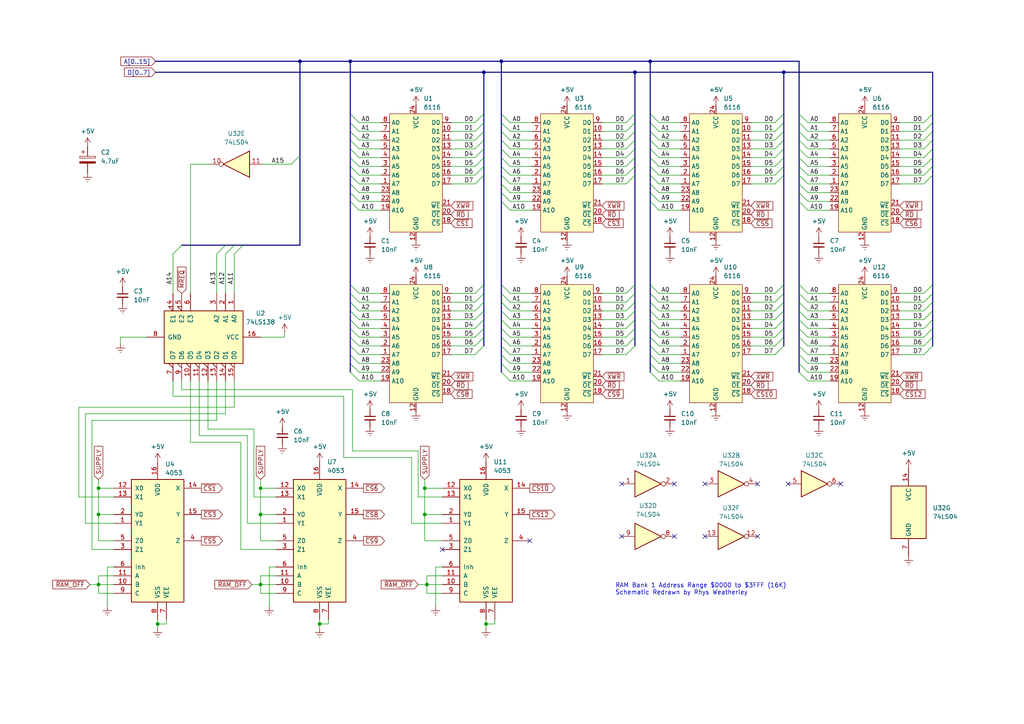
<source format=kicad_sch>
(kicad_sch (version 20230121) (generator eeschema)
  (paper "A4")
  (title_block (title "Microbee Core Board") (date "1982") (rev "1") (comment 1 "(C) 1982 OJH MICROWORLD"))
  (junction (at 123.19 141.605))
  (junction (at 86.995 17.78))
  (junction (at 123.825 169.545))
  (junction (at 101.6 17.78))
  (junction (at 188.595 17.78))
  (junction (at 227.33 20.955))
  (junction (at 28.575 149.225))
  (junction (at 184.15 20.955))
  (junction (at 75.565 141.605))
  (junction (at 28.575 141.605))
  (junction (at 28.575 169.545))
  (junction (at 140.97 180.975))
  (junction (at 140.335 20.955))
  (junction (at 123.19 149.225))
  (junction (at 92.71 180.975))
  (junction (at 75.565 149.225))
  (junction (at 45.72 180.975))
  (junction (at 145.415 17.78))
  (junction (at 75.565 169.545))
  (no_connect (at 219.71 155.575))
  (no_connect (at 243.84 140.335))
  (no_connect (at 180.34 140.335))
  (no_connect (at 204.47 155.575))
  (no_connect (at 195.58 155.575))
  (no_connect (at 219.71 140.335))
  (no_connect (at 195.58 140.335))
  (no_connect (at 153.67 156.845))
  (no_connect (at 128.27 159.385))
  (no_connect (at 228.6 140.335))
  (no_connect (at 204.47 140.335))
  (no_connect (at 180.34 155.575))
  (bus_entry (at 137.795 100.33) (size 2.54 -2.54))
  (bus_entry (at 145.415 35.56) (size 2.54 2.54))
  (bus_entry (at 267.97 95.25) (size 2.54 -2.54))
  (bus_entry (at 137.795 85.09) (size 2.54 -2.54))
  (bus_entry (at 137.795 45.72) (size 2.54 -2.54))
  (bus_entry (at 231.775 85.09) (size 2.54 2.54))
  (bus_entry (at 145.415 50.8) (size 2.54 2.54))
  (bus_entry (at 145.415 58.42) (size 2.54 2.54))
  (bus_entry (at 224.79 43.18) (size 2.54 -2.54))
  (bus_entry (at 231.775 35.56) (size 2.54 2.54))
  (bus_entry (at 101.6 40.64) (size 2.54 2.54))
  (bus_entry (at 267.97 85.09) (size 2.54 -2.54))
  (bus_entry (at 101.6 87.63) (size 2.54 2.54))
  (bus_entry (at 231.775 82.55) (size 2.54 2.54))
  (bus_entry (at 50.165 73.66) (size 2.54 -2.54))
  (bus_entry (at 188.595 87.63) (size 2.54 2.54))
  (bus_entry (at 188.595 97.79) (size 2.54 2.54))
  (bus_entry (at 188.595 40.64) (size 2.54 2.54))
  (bus_entry (at 145.415 82.55) (size 2.54 2.54))
  (bus_entry (at 181.61 35.56) (size 2.54 -2.54))
  (bus_entry (at 231.775 87.63) (size 2.54 2.54))
  (bus_entry (at 62.865 73.66) (size 2.54 -2.54))
  (bus_entry (at 181.61 45.72) (size 2.54 -2.54))
  (bus_entry (at 188.595 107.95) (size 2.54 2.54))
  (bus_entry (at 231.775 53.34) (size 2.54 2.54))
  (bus_entry (at 145.415 33.02) (size 2.54 2.54))
  (bus_entry (at 267.97 53.34) (size 2.54 -2.54))
  (bus_entry (at 224.79 95.25) (size 2.54 -2.54))
  (bus_entry (at 145.415 92.71) (size 2.54 2.54))
  (bus_entry (at 267.97 102.87) (size 2.54 -2.54))
  (bus_entry (at 145.415 40.64) (size 2.54 2.54))
  (bus_entry (at 137.795 53.34) (size 2.54 -2.54))
  (bus_entry (at 101.6 97.79) (size 2.54 2.54))
  (bus_entry (at 145.415 97.79) (size 2.54 2.54))
  (bus_entry (at 145.415 38.1) (size 2.54 2.54))
  (bus_entry (at 188.595 38.1) (size 2.54 2.54))
  (bus_entry (at 188.595 33.02) (size 2.54 2.54))
  (bus_entry (at 65.405 73.66) (size 2.54 -2.54))
  (bus_entry (at 231.775 102.87) (size 2.54 2.54))
  (bus_entry (at 188.595 50.8) (size 2.54 2.54))
  (bus_entry (at 181.61 95.25) (size 2.54 -2.54))
  (bus_entry (at 181.61 97.79) (size 2.54 -2.54))
  (bus_entry (at 188.595 45.72) (size 2.54 2.54))
  (bus_entry (at 67.945 73.66) (size 2.54 -2.54))
  (bus_entry (at 145.415 53.34) (size 2.54 2.54))
  (bus_entry (at 231.775 95.25) (size 2.54 2.54))
  (bus_entry (at 145.415 55.88) (size 2.54 2.54))
  (bus_entry (at 231.775 107.95) (size 2.54 2.54))
  (bus_entry (at 181.61 100.33) (size 2.54 -2.54))
  (bus_entry (at 181.61 87.63) (size 2.54 -2.54))
  (bus_entry (at 267.97 45.72) (size 2.54 -2.54))
  (bus_entry (at 145.415 95.25) (size 2.54 2.54))
  (bus_entry (at 188.595 102.87) (size 2.54 2.54))
  (bus_entry (at 137.795 40.64) (size 2.54 -2.54))
  (bus_entry (at 224.79 38.1) (size 2.54 -2.54))
  (bus_entry (at 101.6 38.1) (size 2.54 2.54))
  (bus_entry (at 181.61 90.17) (size 2.54 -2.54))
  (bus_entry (at 224.79 45.72) (size 2.54 -2.54))
  (bus_entry (at 137.795 43.18) (size 2.54 -2.54))
  (bus_entry (at 101.6 53.34) (size 2.54 2.54))
  (bus_entry (at 188.595 100.33) (size 2.54 2.54))
  (bus_entry (at 267.97 38.1) (size 2.54 -2.54))
  (bus_entry (at 145.415 102.87) (size 2.54 2.54))
  (bus_entry (at 231.775 55.88) (size 2.54 2.54))
  (bus_entry (at 101.6 85.09) (size 2.54 2.54))
  (bus_entry (at 231.775 48.26) (size 2.54 2.54))
  (bus_entry (at 188.595 105.41) (size 2.54 2.54))
  (bus_entry (at 137.795 90.17) (size 2.54 -2.54))
  (bus_entry (at 137.795 102.87) (size 2.54 -2.54))
  (bus_entry (at 181.61 53.34) (size 2.54 -2.54))
  (bus_entry (at 224.79 102.87) (size 2.54 -2.54))
  (bus_entry (at 101.6 102.87) (size 2.54 2.54))
  (bus_entry (at 181.61 43.18) (size 2.54 -2.54))
  (bus_entry (at 188.595 82.55) (size 2.54 2.54))
  (bus_entry (at 181.61 38.1) (size 2.54 -2.54))
  (bus_entry (at 224.79 87.63) (size 2.54 -2.54))
  (bus_entry (at 231.775 50.8) (size 2.54 2.54))
  (bus_entry (at 231.775 92.71) (size 2.54 2.54))
  (bus_entry (at 188.595 85.09) (size 2.54 2.54))
  (bus_entry (at 267.97 48.26) (size 2.54 -2.54))
  (bus_entry (at 84.455 47.625) (size 2.54 -2.54))
  (bus_entry (at 137.795 48.26) (size 2.54 -2.54))
  (bus_entry (at 101.6 45.72) (size 2.54 2.54))
  (bus_entry (at 137.795 35.56) (size 2.54 -2.54))
  (bus_entry (at 231.775 90.17) (size 2.54 2.54))
  (bus_entry (at 181.61 40.64) (size 2.54 -2.54))
  (bus_entry (at 101.6 33.02) (size 2.54 2.54))
  (bus_entry (at 188.595 48.26) (size 2.54 2.54))
  (bus_entry (at 101.6 82.55) (size 2.54 2.54))
  (bus_entry (at 101.6 35.56) (size 2.54 2.54))
  (bus_entry (at 224.79 97.79) (size 2.54 -2.54))
  (bus_entry (at 181.61 85.09) (size 2.54 -2.54))
  (bus_entry (at 145.415 105.41) (size 2.54 2.54))
  (bus_entry (at 224.79 92.71) (size 2.54 -2.54))
  (bus_entry (at 137.795 87.63) (size 2.54 -2.54))
  (bus_entry (at 267.97 92.71) (size 2.54 -2.54))
  (bus_entry (at 267.97 87.63) (size 2.54 -2.54))
  (bus_entry (at 224.79 100.33) (size 2.54 -2.54))
  (bus_entry (at 188.595 55.88) (size 2.54 2.54))
  (bus_entry (at 137.795 50.8) (size 2.54 -2.54))
  (bus_entry (at 101.6 58.42) (size 2.54 2.54))
  (bus_entry (at 231.775 58.42) (size 2.54 2.54))
  (bus_entry (at 267.97 43.18) (size 2.54 -2.54))
  (bus_entry (at 101.6 92.71) (size 2.54 2.54))
  (bus_entry (at 181.61 92.71) (size 2.54 -2.54))
  (bus_entry (at 224.79 85.09) (size 2.54 -2.54))
  (bus_entry (at 267.97 40.64) (size 2.54 -2.54))
  (bus_entry (at 231.775 33.02) (size 2.54 2.54))
  (bus_entry (at 224.79 35.56) (size 2.54 -2.54))
  (bus_entry (at 101.6 107.95) (size 2.54 2.54))
  (bus_entry (at 231.775 45.72) (size 2.54 2.54))
  (bus_entry (at 231.775 38.1) (size 2.54 2.54))
  (bus_entry (at 188.595 58.42) (size 2.54 2.54))
  (bus_entry (at 181.61 50.8) (size 2.54 -2.54))
  (bus_entry (at 101.6 55.88) (size 2.54 2.54))
  (bus_entry (at 231.775 40.64) (size 2.54 2.54))
  (bus_entry (at 188.595 43.18) (size 2.54 2.54))
  (bus_entry (at 137.795 92.71) (size 2.54 -2.54))
  (bus_entry (at 145.415 45.72) (size 2.54 2.54))
  (bus_entry (at 101.6 105.41) (size 2.54 2.54))
  (bus_entry (at 101.6 50.8) (size 2.54 2.54))
  (bus_entry (at 231.775 100.33) (size 2.54 2.54))
  (bus_entry (at 145.415 85.09) (size 2.54 2.54))
  (bus_entry (at 267.97 90.17) (size 2.54 -2.54))
  (bus_entry (at 231.775 105.41) (size 2.54 2.54))
  (bus_entry (at 267.97 35.56) (size 2.54 -2.54))
  (bus_entry (at 137.795 95.25) (size 2.54 -2.54))
  (bus_entry (at 224.79 48.26) (size 2.54 -2.54))
  (bus_entry (at 267.97 100.33) (size 2.54 -2.54))
  (bus_entry (at 224.79 90.17) (size 2.54 -2.54))
  (bus_entry (at 101.6 43.18) (size 2.54 2.54))
  (bus_entry (at 224.79 53.34) (size 2.54 -2.54))
  (bus_entry (at 145.415 43.18) (size 2.54 2.54))
  (bus_entry (at 267.97 50.8) (size 2.54 -2.54))
  (bus_entry (at 137.795 38.1) (size 2.54 -2.54))
  (bus_entry (at 101.6 95.25) (size 2.54 2.54))
  (bus_entry (at 101.6 48.26) (size 2.54 2.54))
  (bus_entry (at 145.415 87.63) (size 2.54 2.54))
  (bus_entry (at 101.6 90.17) (size 2.54 2.54))
  (bus_entry (at 188.595 53.34) (size 2.54 2.54))
  (bus_entry (at 267.97 97.79) (size 2.54 -2.54))
  (bus_entry (at 231.775 97.79) (size 2.54 2.54))
  (bus_entry (at 188.595 92.71) (size 2.54 2.54))
  (bus_entry (at 145.415 107.95) (size 2.54 2.54))
  (bus_entry (at 231.775 43.18) (size 2.54 2.54))
  (bus_entry (at 137.795 97.79) (size 2.54 -2.54))
  (bus_entry (at 181.61 48.26) (size 2.54 -2.54))
  (bus_entry (at 224.79 40.64) (size 2.54 -2.54))
  (bus_entry (at 101.6 100.33) (size 2.54 2.54))
  (bus_entry (at 181.61 102.87) (size 2.54 -2.54))
  (bus_entry (at 145.415 90.17) (size 2.54 2.54))
  (bus_entry (at 188.595 90.17) (size 2.54 2.54))
  (bus_entry (at 145.415 48.26) (size 2.54 2.54))
  (bus_entry (at 145.415 100.33) (size 2.54 2.54))
  (bus_entry (at 188.595 35.56) (size 2.54 2.54))
  (bus_entry (at 188.595 95.25) (size 2.54 2.54))
  (bus_entry (at 224.79 50.8) (size 2.54 -2.54))
  (wire (pts (xy 130.81 48.26) (xy 137.795 48.26)))
  (wire (pts (xy 62.865 73.66) (xy 62.865 85.09)))
  (bus (pts (xy 184.15 35.56) (xy 184.15 38.1)))
  (bus (pts (xy 184.15 45.72) (xy 184.15 48.26)))
  (bus (pts (xy 270.51 20.955) (xy 270.51 33.02)))
  (bus (pts (xy 188.595 55.88) (xy 188.595 58.42)))
  (wire (pts (xy 67.945 118.11) (xy 22.86 118.11)))
  (bus (pts (xy 231.775 87.63) (xy 231.775 90.17)))
  (bus (pts (xy 140.335 82.55) (xy 140.335 85.09)))
  (bus (pts (xy 101.6 53.34) (xy 101.6 55.88)))
  (wire (pts (xy 217.805 102.87) (xy 224.79 102.87)))
  (bus (pts (xy 188.595 53.34) (xy 188.595 55.88)))
  (bus (pts (xy 145.415 55.88) (xy 145.415 58.42)))
  (wire (pts (xy 191.135 102.87) (xy 197.485 102.87)))
  (wire (pts (xy 104.14 60.96) (xy 110.49 60.96)))
  (wire (pts (xy 147.955 92.71) (xy 154.305 92.71)))
  (wire (pts (xy 234.315 100.33) (xy 240.665 100.33)))
  (bus (pts (xy 101.6 55.88) (xy 101.6 58.42)))
  (wire (pts (xy 191.135 95.25) (xy 197.485 95.25)))
  (wire (pts (xy 147.955 43.18) (xy 154.305 43.18)))
  (bus (pts (xy 188.595 43.18) (xy 188.595 45.72)))
  (wire (pts (xy 92.71 179.705) (xy 92.71 180.975)))
  (wire (pts (xy 234.315 38.1) (xy 240.665 38.1)))
  (wire (pts (xy 191.135 50.8) (xy 197.485 50.8)))
  (bus (pts (xy 184.15 92.71) (xy 184.15 95.25)))
  (bus (pts (xy 184.15 40.64) (xy 184.15 43.18)))
  (wire (pts (xy 174.625 43.18) (xy 181.61 43.18)))
  (wire (pts (xy 174.625 97.79) (xy 181.61 97.79)))
  (wire (pts (xy 104.14 110.49) (xy 110.49 110.49)))
  (bus (pts (xy 101.6 38.1) (xy 101.6 40.64)))
  (bus (pts (xy 101.6 33.02) (xy 101.6 35.56)))
  (bus (pts (xy 184.15 85.09) (xy 184.15 87.63)))
  (wire (pts (xy 121.285 169.545) (xy 123.825 169.545)))
  (bus (pts (xy 227.33 48.26) (xy 227.33 50.8)))
  (bus (pts (xy 188.595 90.17) (xy 188.595 92.71)))
  (wire (pts (xy 174.625 35.56) (xy 181.61 35.56)))
  (wire (pts (xy 28.575 139.065) (xy 28.575 141.605)))
  (wire (pts (xy 260.985 90.17) (xy 267.97 90.17)))
  (wire (pts (xy 174.625 45.72) (xy 181.61 45.72)))
  (wire (pts (xy 95.25 180.975) (xy 92.71 180.975)))
  (bus (pts (xy 231.775 90.17) (xy 231.775 92.71)))
  (bus (pts (xy 231.775 58.42) (xy 231.775 82.55)))
  (wire (pts (xy 174.625 48.26) (xy 181.61 48.26)))
  (wire (pts (xy 174.625 85.09) (xy 181.61 85.09)))
  (wire (pts (xy 104.14 38.1) (xy 110.49 38.1)))
  (wire (pts (xy 104.14 45.72) (xy 110.49 45.72)))
  (bus (pts (xy 101.6 87.63) (xy 101.6 90.17)))
  (wire (pts (xy 104.14 92.71) (xy 110.49 92.71)))
  (wire (pts (xy 26.035 169.545) (xy 28.575 169.545)))
  (wire (pts (xy 174.625 92.71) (xy 181.61 92.71)))
  (bus (pts (xy 188.595 58.42) (xy 188.595 82.55)))
  (wire (pts (xy 104.14 107.95) (xy 110.49 107.95)))
  (bus (pts (xy 184.15 97.79) (xy 184.15 100.33)))
  (bus (pts (xy 101.6 45.72) (xy 101.6 48.26)))
  (wire (pts (xy 234.315 110.49) (xy 240.665 110.49)))
  (wire (pts (xy 140.97 179.705) (xy 140.97 180.975)))
  (bus (pts (xy 140.335 43.18) (xy 140.335 45.72)))
  (wire (pts (xy 31.115 164.465) (xy 33.02 164.465)))
  (wire (pts (xy 191.135 48.26) (xy 197.485 48.26)))
  (bus (pts (xy 188.595 40.64) (xy 188.595 43.18)))
  (bus (pts (xy 140.335 48.26) (xy 140.335 50.8)))
  (wire (pts (xy 217.805 90.17) (xy 224.79 90.17)))
  (wire (pts (xy 234.315 102.87) (xy 240.665 102.87)))
  (wire (pts (xy 28.575 169.545) (xy 28.575 172.085)))
  (bus (pts (xy 101.6 17.78) (xy 101.6 33.02)))
  (bus (pts (xy 145.415 17.78) (xy 188.595 17.78)))
  (bus (pts (xy 188.595 82.55) (xy 188.595 85.09)))
  (bus (pts (xy 140.335 45.72) (xy 140.335 48.26)))
  (wire (pts (xy 71.755 151.765) (xy 80.01 151.765)))
  (wire (pts (xy 104.14 40.64) (xy 110.49 40.64)))
  (bus (pts (xy 270.51 38.1) (xy 270.51 40.64)))
  (wire (pts (xy 260.985 48.26) (xy 267.97 48.26)))
  (wire (pts (xy 75.565 149.225) (xy 80.01 149.225)))
  (wire (pts (xy 260.985 92.71) (xy 267.97 92.71)))
  (wire (pts (xy 80.01 167.005) (xy 75.565 167.005)))
  (wire (pts (xy 147.955 60.96) (xy 154.305 60.96)))
  (wire (pts (xy 60.96 47.625) (xy 55.245 47.625)))
  (wire (pts (xy 147.955 110.49) (xy 154.305 110.49)))
  (wire (pts (xy 104.14 90.17) (xy 110.49 90.17)))
  (wire (pts (xy 50.165 114.935) (xy 99.695 114.935)))
  (bus (pts (xy 270.51 90.17) (xy 270.51 92.71)))
  (wire (pts (xy 217.805 48.26) (xy 224.79 48.26)))
  (wire (pts (xy 234.315 87.63) (xy 240.665 87.63)))
  (wire (pts (xy 28.575 172.085) (xy 33.02 172.085)))
  (wire (pts (xy 217.805 85.09) (xy 224.79 85.09)))
  (wire (pts (xy 130.81 85.09) (xy 137.795 85.09)))
  (wire (pts (xy 80.01 144.145) (xy 73.66 144.145)))
  (wire (pts (xy 50.165 73.66) (xy 50.165 85.09)))
  (wire (pts (xy 260.985 95.25) (xy 267.97 95.25)))
  (wire (pts (xy 234.315 105.41) (xy 240.665 105.41)))
  (wire (pts (xy 130.81 100.33) (xy 137.795 100.33)))
  (wire (pts (xy 174.625 38.1) (xy 181.61 38.1)))
  (wire (pts (xy 104.14 58.42) (xy 110.49 58.42)))
  (wire (pts (xy 75.565 139.065) (xy 75.565 141.605)))
  (bus (pts (xy 101.6 35.56) (xy 101.6 38.1)))
  (wire (pts (xy 65.405 110.49) (xy 65.405 120.015)))
  (wire (pts (xy 130.81 43.18) (xy 137.795 43.18)))
  (wire (pts (xy 126.365 164.465) (xy 128.27 164.465)))
  (bus (pts (xy 231.775 82.55) (xy 231.775 85.09)))
  (wire (pts (xy 130.81 102.87) (xy 137.795 102.87)))
  (bus (pts (xy 45.085 20.955) (xy 140.335 20.955)))
  (wire (pts (xy 52.705 110.49) (xy 52.705 113.03)))
  (wire (pts (xy 57.785 126.365) (xy 71.755 126.365)))
  (wire (pts (xy 147.955 85.09) (xy 154.305 85.09)))
  (wire (pts (xy 128.27 141.605) (xy 123.19 141.605)))
  (bus (pts (xy 101.6 43.18) (xy 101.6 45.72)))
  (wire (pts (xy 147.955 90.17) (xy 154.305 90.17)))
  (wire (pts (xy 130.81 40.64) (xy 137.795 40.64)))
  (wire (pts (xy 104.14 53.34) (xy 110.49 53.34)))
  (wire (pts (xy 147.955 95.25) (xy 154.305 95.25)))
  (wire (pts (xy 28.575 167.005) (xy 28.575 169.545)))
  (bus (pts (xy 188.595 100.33) (xy 188.595 102.87)))
  (bus (pts (xy 231.775 45.72) (xy 231.775 48.26)))
  (wire (pts (xy 191.135 43.18) (xy 197.485 43.18)))
  (wire (pts (xy 73.66 124.46) (xy 73.66 144.145)))
  (wire (pts (xy 130.81 95.25) (xy 137.795 95.25)))
  (wire (pts (xy 92.71 180.975) (xy 92.71 182.245)))
  (wire (pts (xy 33.02 167.005) (xy 28.575 167.005)))
  (wire (pts (xy 60.325 124.46) (xy 73.66 124.46)))
  (wire (pts (xy 75.565 172.085) (xy 80.01 172.085)))
  (wire (pts (xy 174.625 100.33) (xy 181.61 100.33)))
  (bus (pts (xy 227.33 20.955) (xy 270.51 20.955)))
  (bus (pts (xy 188.595 97.79) (xy 188.595 100.33)))
  (bus (pts (xy 101.6 92.71) (xy 101.6 95.25)))
  (bus (pts (xy 101.6 95.25) (xy 101.6 97.79)))
  (wire (pts (xy 191.135 85.09) (xy 197.485 85.09)))
  (wire (pts (xy 147.955 97.79) (xy 154.305 97.79)))
  (bus (pts (xy 145.415 87.63) (xy 145.415 90.17)))
  (wire (pts (xy 147.955 38.1) (xy 154.305 38.1)))
  (bus (pts (xy 101.6 102.87) (xy 101.6 105.41)))
  (wire (pts (xy 121.285 144.145) (xy 128.27 144.145)))
  (bus (pts (xy 145.415 102.87) (xy 145.415 105.41)))
  (wire (pts (xy 234.315 53.34) (xy 240.665 53.34)))
  (wire (pts (xy 147.955 50.8) (xy 154.305 50.8)))
  (bus (pts (xy 145.415 50.8) (xy 145.415 53.34)))
  (wire (pts (xy 260.985 85.09) (xy 267.97 85.09)))
  (wire (pts (xy 217.805 43.18) (xy 224.79 43.18)))
  (wire (pts (xy 260.985 97.79) (xy 267.97 97.79)))
  (bus (pts (xy 231.775 50.8) (xy 231.775 53.34)))
  (bus (pts (xy 227.33 85.09) (xy 227.33 87.63)))
  (wire (pts (xy 28.575 149.225) (xy 28.575 156.845)))
  (wire (pts (xy 191.135 38.1) (xy 197.485 38.1)))
  (bus (pts (xy 188.595 50.8) (xy 188.595 53.34)))
  (bus (pts (xy 140.335 33.02) (xy 140.335 35.56)))
  (wire (pts (xy 260.985 50.8) (xy 267.97 50.8)))
  (wire (pts (xy 147.955 53.34) (xy 154.305 53.34)))
  (wire (pts (xy 104.14 105.41) (xy 110.49 105.41)))
  (wire (pts (xy 147.955 87.63) (xy 154.305 87.63)))
  (bus (pts (xy 227.33 45.72) (xy 227.33 48.26)))
  (bus (pts (xy 231.775 102.87) (xy 231.775 105.41)))
  (bus (pts (xy 101.6 105.41) (xy 101.6 107.95)))
  (wire (pts (xy 147.955 45.72) (xy 154.305 45.72)))
  (wire (pts (xy 147.955 102.87) (xy 154.305 102.87)))
  (wire (pts (xy 60.325 110.49) (xy 60.325 124.46)))
  (bus (pts (xy 145.415 92.71) (xy 145.415 95.25)))
  (wire (pts (xy 119.38 132.715) (xy 119.38 151.765)))
  (wire (pts (xy 123.19 141.605) (xy 123.19 149.225)))
  (wire (pts (xy 217.805 38.1) (xy 224.79 38.1)))
  (wire (pts (xy 76.2 47.625) (xy 84.455 47.625)))
  (bus (pts (xy 86.995 71.12) (xy 70.485 71.12)))
  (wire (pts (xy 234.315 95.25) (xy 240.665 95.25)))
  (bus (pts (xy 227.33 43.18) (xy 227.33 45.72)))
  (bus (pts (xy 145.415 58.42) (xy 145.415 82.55)))
  (wire (pts (xy 217.805 92.71) (xy 224.79 92.71)))
  (bus (pts (xy 67.945 71.12) (xy 65.405 71.12)))
  (wire (pts (xy 191.135 110.49) (xy 197.485 110.49)))
  (bus (pts (xy 145.415 43.18) (xy 145.415 45.72)))
  (bus (pts (xy 184.15 20.955) (xy 184.15 33.02)))
  (wire (pts (xy 234.315 107.95) (xy 240.665 107.95)))
  (bus (pts (xy 227.33 92.71) (xy 227.33 95.25)))
  (bus (pts (xy 65.405 71.12) (xy 52.705 71.12)))
  (wire (pts (xy 174.625 53.34) (xy 181.61 53.34)))
  (bus (pts (xy 140.335 85.09) (xy 140.335 87.63)))
  (wire (pts (xy 217.805 45.72) (xy 224.79 45.72)))
  (bus (pts (xy 188.595 92.71) (xy 188.595 95.25)))
  (wire (pts (xy 191.135 100.33) (xy 197.485 100.33)))
  (bus (pts (xy 140.335 97.79) (xy 140.335 100.33)))
  (wire (pts (xy 147.955 105.41) (xy 154.305 105.41)))
  (bus (pts (xy 140.335 92.71) (xy 140.335 95.25)))
  (wire (pts (xy 99.695 114.935) (xy 99.695 132.715)))
  (bus (pts (xy 145.415 17.78) (xy 145.415 33.02)))
  (wire (pts (xy 234.315 92.71) (xy 240.665 92.71)))
  (bus (pts (xy 270.51 48.26) (xy 270.51 50.8)))
  (bus (pts (xy 101.6 58.42) (xy 101.6 82.55)))
  (wire (pts (xy 45.72 180.975) (xy 45.72 182.245)))
  (wire (pts (xy 260.985 35.56) (xy 267.97 35.56)))
  (wire (pts (xy 104.14 102.87) (xy 110.49 102.87)))
  (wire (pts (xy 130.81 90.17) (xy 137.795 90.17)))
  (bus (pts (xy 231.775 95.25) (xy 231.775 97.79)))
  (bus (pts (xy 101.6 97.79) (xy 101.6 100.33)))
  (bus (pts (xy 145.415 38.1) (xy 145.415 40.64)))
  (bus (pts (xy 184.15 38.1) (xy 184.15 40.64)))
  (bus (pts (xy 145.415 82.55) (xy 145.415 85.09)))
  (bus (pts (xy 231.775 100.33) (xy 231.775 102.87)))
  (wire (pts (xy 234.315 55.88) (xy 240.665 55.88)))
  (bus (pts (xy 101.6 17.78) (xy 145.415 17.78)))
  (wire (pts (xy 191.135 53.34) (xy 197.485 53.34)))
  (wire (pts (xy 102.235 113.03) (xy 102.235 130.81)))
  (bus (pts (xy 145.415 45.72) (xy 145.415 48.26)))
  (wire (pts (xy 260.985 100.33) (xy 267.97 100.33)))
  (wire (pts (xy 147.955 55.88) (xy 154.305 55.88)))
  (wire (pts (xy 82.55 97.79) (xy 82.55 96.52)))
  (bus (pts (xy 101.6 85.09) (xy 101.6 87.63)))
  (bus (pts (xy 270.51 43.18) (xy 270.51 45.72)))
  (wire (pts (xy 217.805 35.56) (xy 224.79 35.56)))
  (wire (pts (xy 123.19 156.845) (xy 123.19 149.225)))
  (bus (pts (xy 101.6 90.17) (xy 101.6 92.71)))
  (wire (pts (xy 45.72 179.705) (xy 45.72 180.975)))
  (wire (pts (xy 174.625 102.87) (xy 181.61 102.87)))
  (wire (pts (xy 260.985 102.87) (xy 267.97 102.87)))
  (wire (pts (xy 234.315 40.64) (xy 240.665 40.64)))
  (bus (pts (xy 231.775 38.1) (xy 231.775 40.64)))
  (wire (pts (xy 28.575 156.845) (xy 33.02 156.845)))
  (wire (pts (xy 65.405 120.015) (xy 24.765 120.015)))
  (wire (pts (xy 126.365 175.895) (xy 126.365 164.465)))
  (wire (pts (xy 67.945 73.66) (xy 67.945 85.09)))
  (wire (pts (xy 260.985 40.64) (xy 267.97 40.64)))
  (wire (pts (xy 234.315 35.56) (xy 240.665 35.56)))
  (wire (pts (xy 28.575 141.605) (xy 28.575 149.225)))
  (wire (pts (xy 99.695 132.715) (xy 119.38 132.715)))
  (wire (pts (xy 34.925 97.79) (xy 34.925 99.695)))
  (wire (pts (xy 191.135 40.64) (xy 197.485 40.64)))
  (wire (pts (xy 24.765 120.015) (xy 24.765 151.765)))
  (wire (pts (xy 42.545 97.79) (xy 34.925 97.79)))
  (bus (pts (xy 270.51 97.79) (xy 270.51 100.33)))
  (bus (pts (xy 270.51 33.02) (xy 270.51 35.56)))
  (wire (pts (xy 234.315 90.17) (xy 240.665 90.17)))
  (bus (pts (xy 184.15 33.02) (xy 184.15 35.56)))
  (wire (pts (xy 104.14 97.79) (xy 110.49 97.79)))
  (bus (pts (xy 184.15 95.25) (xy 184.15 97.79)))
  (bus (pts (xy 145.415 53.34) (xy 145.415 55.88)))
  (bus (pts (xy 227.33 95.25) (xy 227.33 97.79)))
  (wire (pts (xy 95.25 179.705) (xy 95.25 180.975)))
  (wire (pts (xy 57.785 110.49) (xy 57.785 126.365)))
  (wire (pts (xy 104.14 48.26) (xy 110.49 48.26)))
  (wire (pts (xy 260.985 53.34) (xy 267.97 53.34)))
  (wire (pts (xy 130.81 35.56) (xy 137.795 35.56)))
  (bus (pts (xy 70.485 71.12) (xy 67.945 71.12)))
  (wire (pts (xy 104.14 50.8) (xy 110.49 50.8)))
  (wire (pts (xy 75.565 169.545) (xy 75.565 172.085)))
  (bus (pts (xy 227.33 20.955) (xy 227.33 33.02)))
  (wire (pts (xy 104.14 43.18) (xy 110.49 43.18)))
  (wire (pts (xy 147.955 58.42) (xy 154.305 58.42)))
  (wire (pts (xy 217.805 40.64) (xy 224.79 40.64)))
  (bus (pts (xy 86.995 45.085) (xy 86.995 71.12)))
  (bus (pts (xy 188.595 17.78) (xy 231.775 17.78)))
  (bus (pts (xy 140.335 20.955) (xy 184.15 20.955)))
  (wire (pts (xy 28.575 169.545) (xy 33.02 169.545)))
  (wire (pts (xy 62.865 121.92) (xy 26.67 121.92)))
  (bus (pts (xy 231.775 105.41) (xy 231.775 107.95)))
  (wire (pts (xy 143.51 180.975) (xy 140.97 180.975)))
  (wire (pts (xy 104.14 55.88) (xy 110.49 55.88)))
  (bus (pts (xy 184.15 20.955) (xy 227.33 20.955)))
  (bus (pts (xy 227.33 82.55) (xy 227.33 85.09)))
  (bus (pts (xy 145.415 90.17) (xy 145.415 92.71)))
  (wire (pts (xy 75.565 169.545) (xy 80.01 169.545)))
  (bus (pts (xy 270.51 40.64) (xy 270.51 43.18)))
  (bus (pts (xy 140.335 87.63) (xy 140.335 90.17)))
  (wire (pts (xy 67.945 110.49) (xy 67.945 118.11)))
  (wire (pts (xy 123.19 139.065) (xy 123.19 141.605)))
  (bus (pts (xy 227.33 33.02) (xy 227.33 35.56)))
  (wire (pts (xy 55.245 47.625) (xy 55.245 85.09)))
  (wire (pts (xy 260.985 87.63) (xy 267.97 87.63)))
  (bus (pts (xy 270.51 35.56) (xy 270.51 38.1)))
  (bus (pts (xy 145.415 105.41) (xy 145.415 107.95)))
  (bus (pts (xy 45.085 17.78) (xy 86.995 17.78)))
  (wire (pts (xy 217.805 97.79) (xy 224.79 97.79)))
  (wire (pts (xy 191.135 60.96) (xy 197.485 60.96)))
  (bus (pts (xy 184.15 48.26) (xy 184.15 50.8)))
  (bus (pts (xy 227.33 40.64) (xy 227.33 43.18)))
  (bus (pts (xy 188.595 105.41) (xy 188.595 107.95)))
  (bus (pts (xy 140.335 35.56) (xy 140.335 38.1)))
  (wire (pts (xy 33.02 141.605) (xy 28.575 141.605)))
  (wire (pts (xy 191.135 87.63) (xy 197.485 87.63)))
  (bus (pts (xy 188.595 45.72) (xy 188.595 48.26)))
  (wire (pts (xy 123.825 167.005) (xy 123.825 169.545)))
  (wire (pts (xy 147.955 100.33) (xy 154.305 100.33)))
  (bus (pts (xy 227.33 35.56) (xy 227.33 38.1)))
  (wire (pts (xy 55.245 128.27) (xy 69.85 128.27)))
  (wire (pts (xy 174.625 95.25) (xy 181.61 95.25)))
  (wire (pts (xy 217.805 87.63) (xy 224.79 87.63)))
  (wire (pts (xy 217.805 53.34) (xy 224.79 53.34)))
  (wire (pts (xy 234.315 50.8) (xy 240.665 50.8)))
  (wire (pts (xy 130.81 53.34) (xy 137.795 53.34)))
  (bus (pts (xy 231.775 53.34) (xy 231.775 55.88)))
  (wire (pts (xy 217.805 95.25) (xy 224.79 95.25)))
  (wire (pts (xy 73.025 169.545) (xy 75.565 169.545)))
  (bus (pts (xy 270.51 87.63) (xy 270.51 90.17)))
  (bus (pts (xy 140.335 50.8) (xy 140.335 82.55)))
  (wire (pts (xy 191.135 105.41) (xy 197.485 105.41)))
  (wire (pts (xy 48.26 179.705) (xy 48.26 180.975)))
  (bus (pts (xy 270.51 82.55) (xy 270.51 85.09)))
  (wire (pts (xy 123.825 169.545) (xy 128.27 169.545)))
  (bus (pts (xy 145.415 40.64) (xy 145.415 43.18)))
  (bus (pts (xy 101.6 40.64) (xy 101.6 43.18)))
  (wire (pts (xy 234.315 85.09) (xy 240.665 85.09)))
  (wire (pts (xy 65.405 73.66) (xy 65.405 85.09)))
  (wire (pts (xy 234.315 60.96) (xy 240.665 60.96)))
  (wire (pts (xy 69.85 159.385) (xy 80.01 159.385)))
  (wire (pts (xy 191.135 55.88) (xy 197.485 55.88)))
  (bus (pts (xy 140.335 90.17) (xy 140.335 92.71)))
  (bus (pts (xy 140.335 20.955) (xy 140.335 33.02)))
  (bus (pts (xy 270.51 45.72) (xy 270.51 48.26)))
  (bus (pts (xy 184.15 87.63) (xy 184.15 90.17)))
  (bus (pts (xy 231.775 48.26) (xy 231.775 50.8)))
  (wire (pts (xy 26.67 159.385) (xy 33.02 159.385)))
  (bus (pts (xy 188.595 35.56) (xy 188.595 38.1)))
  (bus (pts (xy 145.415 33.02) (xy 145.415 35.56)))
  (wire (pts (xy 191.135 107.95) (xy 197.485 107.95)))
  (wire (pts (xy 48.26 180.975) (xy 45.72 180.975)))
  (wire (pts (xy 174.625 50.8) (xy 181.61 50.8)))
  (wire (pts (xy 191.135 97.79) (xy 197.485 97.79)))
  (bus (pts (xy 227.33 87.63) (xy 227.33 90.17)))
  (wire (pts (xy 62.865 110.49) (xy 62.865 121.92)))
  (bus (pts (xy 188.595 85.09) (xy 188.595 87.63)))
  (bus (pts (xy 101.6 48.26) (xy 101.6 50.8)))
  (bus (pts (xy 184.15 50.8) (xy 184.15 82.55)))
  (wire (pts (xy 69.85 128.27) (xy 69.85 159.385)))
  (bus (pts (xy 101.6 100.33) (xy 101.6 102.87)))
  (wire (pts (xy 52.705 113.03) (xy 102.235 113.03)))
  (wire (pts (xy 191.135 58.42) (xy 197.485 58.42)))
  (wire (pts (xy 140.97 180.975) (xy 140.97 182.245)))
  (wire (pts (xy 28.575 149.225) (xy 33.02 149.225)))
  (bus (pts (xy 145.415 100.33) (xy 145.415 102.87)))
  (bus (pts (xy 101.6 82.55) (xy 101.6 85.09)))
  (wire (pts (xy 147.955 107.95) (xy 154.305 107.95)))
  (bus (pts (xy 231.775 40.64) (xy 231.775 43.18)))
  (bus (pts (xy 270.51 50.8) (xy 270.51 82.55)))
  (wire (pts (xy 260.985 45.72) (xy 267.97 45.72)))
  (wire (pts (xy 130.81 87.63) (xy 137.795 87.63)))
  (bus (pts (xy 188.595 95.25) (xy 188.595 97.79)))
  (wire (pts (xy 104.14 85.09) (xy 110.49 85.09)))
  (wire (pts (xy 147.955 48.26) (xy 154.305 48.26)))
  (wire (pts (xy 75.565 149.225) (xy 75.565 156.845)))
  (wire (pts (xy 130.81 97.79) (xy 137.795 97.79)))
  (wire (pts (xy 174.625 90.17) (xy 181.61 90.17)))
  (wire (pts (xy 130.81 92.71) (xy 137.795 92.71)))
  (wire (pts (xy 147.955 40.64) (xy 154.305 40.64)))
  (bus (pts (xy 140.335 95.25) (xy 140.335 97.79)))
  (bus (pts (xy 86.995 17.78) (xy 86.995 45.085)))
  (wire (pts (xy 191.135 45.72) (xy 197.485 45.72)))
  (bus (pts (xy 86.995 17.78) (xy 101.6 17.78)))
  (bus (pts (xy 227.33 50.8) (xy 227.33 82.55)))
  (wire (pts (xy 55.245 110.49) (xy 55.245 128.27)))
  (bus (pts (xy 270.51 92.71) (xy 270.51 95.25)))
  (wire (pts (xy 217.805 50.8) (xy 224.79 50.8)))
  (bus (pts (xy 231.775 55.88) (xy 231.775 58.42)))
  (wire (pts (xy 104.14 100.33) (xy 110.49 100.33)))
  (wire (pts (xy 80.01 141.605) (xy 75.565 141.605)))
  (bus (pts (xy 140.335 40.64) (xy 140.335 43.18)))
  (wire (pts (xy 121.285 130.81) (xy 121.285 144.145)))
  (bus (pts (xy 227.33 97.79) (xy 227.33 100.33)))
  (wire (pts (xy 234.315 48.26) (xy 240.665 48.26)))
  (wire (pts (xy 104.14 87.63) (xy 110.49 87.63)))
  (wire (pts (xy 22.86 118.11) (xy 22.86 144.145)))
  (wire (pts (xy 104.14 35.56) (xy 110.49 35.56)))
  (wire (pts (xy 75.565 167.005) (xy 75.565 169.545)))
  (wire (pts (xy 147.955 35.56) (xy 154.305 35.56)))
  (bus (pts (xy 145.415 95.25) (xy 145.415 97.79)))
  (wire (pts (xy 78.105 175.895) (xy 78.105 164.465)))
  (bus (pts (xy 184.15 90.17) (xy 184.15 92.71)))
  (bus (pts (xy 140.335 38.1) (xy 140.335 40.64)))
  (wire (pts (xy 75.565 141.605) (xy 75.565 149.225)))
  (bus (pts (xy 188.595 17.78) (xy 188.595 33.02)))
  (wire (pts (xy 123.825 169.545) (xy 123.825 172.085)))
  (wire (pts (xy 143.51 179.705) (xy 143.51 180.975)))
  (bus (pts (xy 145.415 35.56) (xy 145.415 38.1)))
  (bus (pts (xy 231.775 43.18) (xy 231.775 45.72)))
  (bus (pts (xy 188.595 48.26) (xy 188.595 50.8)))
  (wire (pts (xy 191.135 35.56) (xy 197.485 35.56)))
  (bus (pts (xy 231.775 33.02) (xy 231.775 35.56)))
  (bus (pts (xy 184.15 43.18) (xy 184.15 45.72)))
  (bus (pts (xy 231.775 85.09) (xy 231.775 87.63)))
  (bus (pts (xy 231.775 97.79) (xy 231.775 100.33)))
  (bus (pts (xy 188.595 102.87) (xy 188.595 105.41)))
  (wire (pts (xy 123.19 149.225) (xy 128.27 149.225)))
  (wire (pts (xy 130.81 50.8) (xy 137.795 50.8)))
  (wire (pts (xy 26.67 121.92) (xy 26.67 159.385)))
  (bus (pts (xy 145.415 48.26) (xy 145.415 50.8)))
  (bus (pts (xy 231.775 17.78) (xy 231.775 33.02)))
  (wire (pts (xy 191.135 92.71) (xy 197.485 92.71)))
  (bus (pts (xy 270.51 95.25) (xy 270.51 97.79)))
  (wire (pts (xy 75.565 97.79) (xy 82.55 97.79)))
  (wire (pts (xy 24.765 151.765) (xy 33.02 151.765)))
  (bus (pts (xy 145.415 85.09) (xy 145.415 87.63)))
  (wire (pts (xy 128.27 167.005) (xy 123.825 167.005)))
  (wire (pts (xy 128.27 156.845) (xy 123.19 156.845)))
  (bus (pts (xy 227.33 90.17) (xy 227.33 92.71)))
  (wire (pts (xy 75.565 156.845) (xy 80.01 156.845)))
  (bus (pts (xy 231.775 35.56) (xy 231.775 38.1)))
  (wire (pts (xy 78.105 164.465) (xy 80.01 164.465)))
  (wire (pts (xy 260.985 43.18) (xy 267.97 43.18)))
  (wire (pts (xy 130.81 45.72) (xy 137.795 45.72)))
  (bus (pts (xy 184.15 82.55) (xy 184.15 85.09)))
  (bus (pts (xy 231.775 92.71) (xy 231.775 95.25)))
  (bus (pts (xy 270.51 85.09) (xy 270.51 87.63)))
  (bus (pts (xy 101.6 50.8) (xy 101.6 53.34)))
  (wire (pts (xy 22.86 144.145) (xy 33.02 144.145)))
  (wire (pts (xy 71.755 126.365) (xy 71.755 151.765)))
  (wire (pts (xy 260.985 38.1) (xy 267.97 38.1)))
  (bus (pts (xy 188.595 87.63) (xy 188.595 90.17)))
  (wire (pts (xy 234.315 45.72) (xy 240.665 45.72)))
  (wire (pts (xy 174.625 40.64) (xy 181.61 40.64)))
  (wire (pts (xy 123.825 172.085) (xy 128.27 172.085)))
  (wire (pts (xy 50.165 110.49) (xy 50.165 114.935)))
  (wire (pts (xy 130.81 38.1) (xy 137.795 38.1)))
  (wire (pts (xy 31.115 175.895) (xy 31.115 164.465)))
  (bus (pts (xy 188.595 33.02) (xy 188.595 35.56)))
  (bus (pts (xy 145.415 97.79) (xy 145.415 100.33)))
  (wire (pts (xy 234.315 58.42) (xy 240.665 58.42)))
  (wire (pts (xy 217.805 100.33) (xy 224.79 100.33)))
  (wire (pts (xy 234.315 97.79) (xy 240.665 97.79)))
  (wire (pts (xy 191.135 90.17) (xy 197.485 90.17)))
  (wire (pts (xy 174.625 87.63) (xy 181.61 87.63)))
  (bus (pts (xy 188.595 38.1) (xy 188.595 40.64)))
  (wire (pts (xy 104.14 95.25) (xy 110.49 95.25)))
  (wire (pts (xy 234.315 43.18) (xy 240.665 43.18)))
  (bus (pts (xy 227.33 38.1) (xy 227.33 40.64)))
  (wire (pts (xy 119.38 151.765) (xy 128.27 151.765)))
  (wire (pts (xy 102.235 130.81) (xy 121.285 130.81)))
  (text "RAM Bank 1 Address Range $0000 to $3FFF (16K)\nSchematic Redrawn by Rhys Weatherley" (at 178.435 172.72 0) (effects (font (size 1.27 1.27)) (justify left bottom)))
  (label "D2" (at 264.795 90.17 0))
  (label "D5" (at 221.615 97.79 0))
  (label "D7" (at 264.795 102.87 0))
  (label "D7" (at 221.615 102.87 0))
  (label "A3" (at 148.59 43.18 0))
  (label "A11" (at 67.945 82.55 90))
  (label "A7" (at 191.77 102.87 0))
  (label "D5" (at 264.795 48.26 0))
  (label "D2" (at 134.62 90.17 0))
  (label "D6" (at 221.615 50.8 0))
  (label "A4" (at 148.59 95.25 0))
  (label "D5" (at 134.62 97.79 0))
  (label "D2" (at 221.615 40.64 0))
  (label "D6" (at 178.435 50.8 0))
  (label "D4" (at 264.795 95.25 0))
  (label "D5" (at 178.435 97.79 0))
  (label "A1" (at 234.95 38.1 0))
  (label "A10" (at 104.775 110.49 0))
  (label "A4" (at 234.95 95.25 0))
  (label "D4" (at 264.795 45.72 0))
  (label "A8" (at 234.95 105.41 0))
  (label "A6" (at 104.775 100.33 0))
  (label "A7" (at 234.95 53.34 0))
  (label "D7" (at 221.615 53.34 0))
  (label "A4" (at 191.77 95.25 0))
  (label "A5" (at 104.775 48.26 0))
  (label "A6" (at 191.77 100.33 0))
  (label "A4" (at 104.775 45.72 0))
  (label "D7" (at 264.795 53.34 0))
  (label "A10" (at 104.775 60.96 0))
  (label "D6" (at 264.795 100.33 0))
  (label "D4" (at 134.62 95.25 0))
  (label "A2" (at 104.775 40.64 0))
  (label "A7" (at 191.77 53.34 0))
  (label "A14" (at 50.165 82.55 90))
  (label "D5" (at 221.615 48.26 0))
  (label "A2" (at 234.95 90.17 0))
  (label "A10" (at 191.77 110.49 0))
  (label "A2" (at 191.77 90.17 0))
  (label "A5" (at 104.775 97.79 0))
  (label "A5" (at 148.59 48.26 0))
  (label "A10" (at 148.59 60.96 0))
  (label "A5" (at 148.59 97.79 0))
  (label "A10" (at 234.95 110.49 0))
  (label "A4" (at 191.77 45.72 0))
  (label "D5" (at 264.795 97.79 0))
  (label "A4" (at 234.95 45.72 0))
  (label "D3" (at 264.795 92.71 0))
  (label "A2" (at 104.775 90.17 0))
  (label "D4" (at 221.615 95.25 0))
  (label "D6" (at 134.62 50.8 0))
  (label "A13" (at 62.865 82.55 90))
  (label "A0" (at 148.59 85.09 0))
  (label "D6" (at 178.435 100.33 0))
  (label "A9" (at 104.775 107.95 0))
  (label "D3" (at 178.435 43.18 0))
  (label "D3" (at 134.62 43.18 0))
  (label "A8" (at 104.775 105.41 0))
  (label "D4" (at 178.435 45.72 0))
  (label "D1" (at 134.62 38.1 0))
  (label "A5" (at 234.95 97.79 0))
  (label "D3" (at 221.615 43.18 0))
  (label "D0" (at 264.795 85.09 0))
  (label "A5" (at 234.95 48.26 0))
  (label "A8" (at 104.775 55.88 0))
  (label "D4" (at 178.435 95.25 0))
  (label "A6" (at 234.95 100.33 0))
  (label "A9" (at 104.775 58.42 0))
  (label "A8" (at 191.77 55.88 0))
  (label "A15" (at 78.74 47.625 0))
  (label "D3" (at 221.615 92.71 0))
  (label "D2" (at 134.62 40.64 0))
  (label "A7" (at 104.775 102.87 0))
  (label "A4" (at 104.775 95.25 0))
  (label "D6" (at 134.62 100.33 0))
  (label "A6" (at 104.775 50.8 0))
  (label "D7" (at 178.435 102.87 0))
  (label "A10" (at 148.59 110.49 0))
  (label "A9" (at 234.95 58.42 0))
  (label "A6" (at 148.59 50.8 0))
  (label "A2" (at 234.95 40.64 0))
  (label "A8" (at 234.95 55.88 0))
  (label "A2" (at 148.59 90.17 0))
  (label "D5" (at 134.62 48.26 0))
  (label "A6" (at 234.95 50.8 0))
  (label "A10" (at 234.95 60.96 0))
  (label "A9" (at 234.95 107.95 0))
  (label "A3" (at 104.775 43.18 0))
  (label "A7" (at 148.59 102.87 0))
  (label "A9" (at 191.77 58.42 0))
  (label "D1" (at 264.795 38.1 0))
  (label "A9" (at 148.59 107.95 0))
  (label "A7" (at 148.59 53.34 0))
  (label "D3" (at 134.62 92.71 0))
  (label "A0" (at 104.775 85.09 0))
  (label "D2" (at 221.615 90.17 0))
  (label "A9" (at 148.59 58.42 0))
  (label "A5" (at 191.77 97.79 0))
  (label "A0" (at 104.775 35.56 0))
  (label "D1" (at 178.435 87.63 0))
  (label "A2" (at 148.59 40.64 0))
  (label "A7" (at 104.775 53.34 0))
  (label "D1" (at 221.615 87.63 0))
  (label "A3" (at 234.95 43.18 0))
  (label "D3" (at 264.795 43.18 0))
  (label "A0" (at 191.77 85.09 0))
  (label "D1" (at 221.615 38.1 0))
  (label "D1" (at 264.795 87.63 0))
  (label "D1" (at 178.435 38.1 0))
  (label "D5" (at 178.435 48.26 0))
  (label "D0" (at 134.62 35.56 0))
  (label "A10" (at 191.77 60.96 0))
  (label "D4" (at 134.62 45.72 0))
  (label "D2" (at 178.435 40.64 0))
  (label "A3" (at 234.95 92.71 0))
  (label "D2" (at 264.795 40.64 0))
  (label "D0" (at 264.795 35.56 0))
  (label "A1" (at 104.775 38.1 0))
  (label "D1" (at 134.62 87.63 0))
  (label "A7" (at 234.95 102.87 0))
  (label "A3" (at 191.77 43.18 0))
  (label "D7" (at 134.62 102.87 0))
  (label "A3" (at 104.775 92.71 0))
  (label "A2" (at 191.77 40.64 0))
  (label "A0" (at 191.77 35.56 0))
  (label "D6" (at 264.795 50.8 0))
  (label "A8" (at 191.77 105.41 0))
  (label "A9" (at 191.77 107.95 0))
  (label "D4" (at 221.615 45.72 0))
  (label "A8" (at 148.59 55.88 0))
  (label "D0" (at 134.62 85.09 0))
  (label "A1" (at 191.77 38.1 0))
  (label "A4" (at 148.59 45.72 0))
  (label "D0" (at 178.435 35.56 0))
  (label "D7" (at 134.62 53.34 0))
  (label "A12" (at 65.405 82.55 90))
  (label "A3" (at 191.77 92.71 0))
  (label "A0" (at 148.59 35.56 0))
  (label "A1" (at 148.59 38.1 0))
  (label "A1" (at 148.59 87.63 0))
  (label "A1" (at 234.95 87.63 0))
  (label "A6" (at 148.59 100.33 0))
  (label "D0" (at 178.435 85.09 0))
  (label "D0" (at 221.615 35.56 0))
  (label "A5" (at 191.77 48.26 0))
  (label "A1" (at 191.77 87.63 0))
  (label "D0" (at 221.615 85.09 0))
  (label "A3" (at 148.59 92.71 0))
  (label "A0" (at 234.95 35.56 0))
  (label "A6" (at 191.77 50.8 0))
  (label "A0" (at 234.95 85.09 0))
  (label "D2" (at 178.435 90.17 0))
  (label "D3" (at 178.435 92.71 0))
  (label "A1" (at 104.775 87.63 0))
  (label "D7" (at 178.435 53.34 0))
  (label "A8" (at 148.59 105.41 0))
  (label "D6" (at 221.615 100.33 0))
  (global_label "~{CS5}" (shape output) (at 58.42 156.845 0) (property "Intersheetrefs" "${INTERSHEET_REFS}" (effects hide)))
  (global_label "~{CS5}" (shape input) (at 217.805 64.77 0) (property "Intersheetrefs" "${INTERSHEET_REFS}" (effects hide)))
  (global_label "~{CS6}" (shape input) (at 260.985 64.77 0) (property "Intersheetrefs" "${INTERSHEET_REFS}" (effects hide)))
  (global_label "~{CS10}" (shape output) (at 153.67 141.605 0) (property "Intersheetrefs" "${INTERSHEET_REFS}" (effects hide)))
  (global_label "~{CS9}" (shape input) (at 174.625 114.3 0) (property "Intersheetrefs" "${INTERSHEET_REFS}" (effects hide)))
  (global_label "~{XWR}" (shape input) (at 260.985 59.69 0) (property "Intersheetrefs" "${INTERSHEET_REFS}" (effects hide)))
  (global_label "~{RAM_OFF}" (shape input) (at 121.285 169.545 180) (property "Intersheetrefs" "${INTERSHEET_REFS}" (effects hide)))
  (global_label "SUPPLY" (shape input) (at 123.19 139.065 90) (property "Intersheetrefs" "${INTERSHEET_REFS}" (effects hide)))
  (global_label "~{RAM_OFF}" (shape input) (at 73.025 169.545 180) (property "Intersheetrefs" "${INTERSHEET_REFS}" (effects hide)))
  (global_label "~{XWR}" (shape input) (at 174.625 109.22 0) (property "Intersheetrefs" "${INTERSHEET_REFS}" (effects hide)))
  (global_label "~{XWR}" (shape input) (at 217.805 59.69 0) (property "Intersheetrefs" "${INTERSHEET_REFS}" (effects hide)))
  (global_label "~{RAM_OFF}" (shape input) (at 26.035 169.545 180) (property "Intersheetrefs" "${INTERSHEET_REFS}" (effects hide)))
  (global_label "~{CS1}" (shape input) (at 130.81 64.77 0) (property "Intersheetrefs" "${INTERSHEET_REFS}" (effects hide)))
  (global_label "~{CS12}" (shape output) (at 153.67 149.225 0) (property "Intersheetrefs" "${INTERSHEET_REFS}" (effects hide)))
  (global_label "~{CS3}" (shape output) (at 58.42 149.225 0) (property "Intersheetrefs" "${INTERSHEET_REFS}" (effects hide)))
  (global_label "~{RD}" (shape input) (at 174.625 111.76 0) (property "Intersheetrefs" "${INTERSHEET_REFS}" (effects hide)))
  (global_label "~{CS12}" (shape input) (at 260.985 114.3 0) (property "Intersheetrefs" "${INTERSHEET_REFS}" (effects hide)))
  (global_label "~{RD}" (shape input) (at 130.81 111.76 0) (property "Intersheetrefs" "${INTERSHEET_REFS}" (effects hide)))
  (global_label "~{XWR}" (shape input) (at 217.805 109.22 0) (property "Intersheetrefs" "${INTERSHEET_REFS}" (effects hide)))
  (global_label "~{CS8}" (shape input) (at 130.81 114.3 0) (property "Intersheetrefs" "${INTERSHEET_REFS}" (effects hide)))
  (global_label "A[0..15]" (shape input) (at 45.085 17.78 180) (property "Intersheetrefs" "${INTERSHEET_REFS}" (effects hide)))
  (global_label "~{RD}" (shape input) (at 260.985 111.76 0) (property "Intersheetrefs" "${INTERSHEET_REFS}" (effects hide)))
  (global_label "~{CS9}" (shape output) (at 105.41 156.845 0) (property "Intersheetrefs" "${INTERSHEET_REFS}" (effects hide)))
  (global_label "~{XWR}" (shape input) (at 130.81 59.69 0) (property "Intersheetrefs" "${INTERSHEET_REFS}" (effects hide)))
  (global_label "~{CS8}" (shape output) (at 105.41 149.225 0) (property "Intersheetrefs" "${INTERSHEET_REFS}" (effects hide)))
  (global_label "~{CS6}" (shape output) (at 105.41 141.605 0) (property "Intersheetrefs" "${INTERSHEET_REFS}" (effects hide)))
  (global_label "~{CS10}" (shape input) (at 217.805 114.3 0) (property "Intersheetrefs" "${INTERSHEET_REFS}" (effects hide)))
  (global_label "SUPPLY" (shape input) (at 28.575 139.065 90) (property "Intersheetrefs" "${INTERSHEET_REFS}" (effects hide)))
  (global_label "SUPPLY" (shape input) (at 75.565 139.065 90) (property "Intersheetrefs" "${INTERSHEET_REFS}" (effects hide)))
  (global_label "~{RD}" (shape input) (at 130.81 62.23 0) (property "Intersheetrefs" "${INTERSHEET_REFS}" (effects hide)))
  (global_label "~{XWR}" (shape input) (at 174.625 59.69 0) (property "Intersheetrefs" "${INTERSHEET_REFS}" (effects hide)))
  (global_label "~{RD}" (shape input) (at 260.985 62.23 0) (property "Intersheetrefs" "${INTERSHEET_REFS}" (effects hide)))
  (global_label "~{RD}" (shape input) (at 174.625 62.23 0) (property "Intersheetrefs" "${INTERSHEET_REFS}" (effects hide)))
  (global_label "D[0..7]" (shape input) (at 45.085 20.955 180) (property "Intersheetrefs" "${INTERSHEET_REFS}" (effects hide)))
  (global_label "~{CS1}" (shape output) (at 58.42 141.605 0) (property "Intersheetrefs" "${INTERSHEET_REFS}" (effects hide)))
  (global_label "~{CS3}" (shape input) (at 174.625 64.77 0) (property "Intersheetrefs" "${INTERSHEET_REFS}" (effects hide)))
  (global_label "~{XWR}" (shape input) (at 130.81 109.22 0) (property "Intersheetrefs" "${INTERSHEET_REFS}" (effects hide)))
  (global_label "~{RD}" (shape input) (at 217.805 111.76 0) (property "Intersheetrefs" "${INTERSHEET_REFS}" (effects hide)))
  (global_label "~{RD}" (shape input) (at 217.805 62.23 0) (property "Intersheetrefs" "${INTERSHEET_REFS}" (effects hide)))
  (global_label "~{XWR}" (shape input) (at 260.985 109.22 0) (property "Intersheetrefs" "${INTERSHEET_REFS}" (effects hide)))
  (global_label "~{MREQ}" (shape input) (at 52.705 85.09 90) (property "Intersheetrefs" "${INTERSHEET_REFS}" (effects hide)))
  (symbol (lib_id "RAM_6116:6116_2K_x_8_Static_RAM") (at 250.825 30.48 0) (unit 1)
    (property "Reference" "U6" (at 253.0191 28.575 0) (effects (justify left)))
    (property "Value" "6116" (at 253.0191 31.115 0) (effects (justify left)))
    (property "Footprint" "Package_DIP:DIP-24_W15.24mm" (effects hide))
  )
  (symbol (lib_id "power:+5V") (at 120.65 30.48 0) (unit 1)
    (property "Reference" "#PWR01" (effects hide))
    (property "Value" "+5V" (at 120.65 26.035 0))
  )
  (symbol (lib_id "4xxx:4053") (at 140.97 156.845 0) (unit 1)
    (property "Reference" "U11" (at 143.1641 133.985 0) (effects (justify left)))
    (property "Value" "4053" (at 143.1641 136.525 0) (effects (justify left)))
    (property "Datasheet" "http://www.intersil.com/content/dam/Intersil/documents/cd40/cd4051bms-52bms-53bms.pdf" (effects hide))
  )
  (symbol (lib_id "74xx:74LS04") (at 212.09 140.335 0) (unit 2)
    (property "Reference" "U32" (at 212.09 132.08 0))
    (property "Value" "74LS04" (at 212.09 134.62 0))
    (property "Datasheet" "http://www.ti.com/lit/gpn/sn74LS04" (effects hide))
  )
  (symbol (lib_id "74xx:74LS04") (at 212.09 155.575 0) (unit 6)
    (property "Reference" "U32" (at 212.09 147.32 0))
    (property "Value" "74LS04" (at 212.09 149.86 0))
    (property "Datasheet" "http://www.ti.com/lit/gpn/sn74LS04" (effects hide))
  )
  (symbol (lib_id "power:Earth") (at 164.465 69.85 0) (unit 1)
    (property "Reference" "#PWR010" (effects hide))
    (property "Value" "Earth" (effects hide))
  )
  (symbol (lib_id "power:Earth") (at 45.72 182.245 0) (unit 1)
    (property "Reference" "#PWR026" (effects hide))
    (property "Value" "Earth" (effects hide))
  )
  (symbol (lib_id "power:Earth") (at 78.105 175.895 0) (unit 1)
    (property "Reference" "#PWR028" (effects hide))
    (property "Value" "Earth" (effects hide))
  )
  (symbol (lib_id "power:+5V") (at 107.315 118.745 0) (unit 1)
    (property "Reference" "#PWR044" (effects hide))
    (property "Value" "+5V" (at 107.315 114.3 0))
  )
  (symbol (lib_id "74xx:74LS04") (at 68.58 47.625 180) (unit 5)
    (property "Reference" "U32" (at 68.58 38.735 0))
    (property "Value" "74LS04" (at 68.58 41.275 0))
    (property "Datasheet" "http://www.ti.com/lit/gpn/sn74LS04" (effects hide))
  )
  (symbol (lib_id "74xx:74LS04") (at 263.525 148.59 0) (unit 7)
    (property "Reference" "U32" (at 270.51 147.32 0) (effects (justify left)))
    (property "Value" "74LS04" (at 270.51 149.86 0) (effects (justify left)))
    (property "Datasheet" "http://www.ti.com/lit/gpn/sn74LS04" (effects hide))
  )
  (symbol (lib_id "power:Earth") (at 120.65 119.38 0) (unit 1)
    (property "Reference" "#PWR016" (effects hide))
    (property "Value" "Earth" (effects hide))
  )
  (symbol (lib_id "Device:C_Small") (at 107.315 71.12 0) (unit 1)
    (property "Reference" "C1" (at 110.49 69.8563 0) (effects (justify left)))
    (property "Value" "10nF" (at 110.49 72.3963 0) (effects (justify left)))
  )
  (symbol (lib_id "power:Earth") (at 194.31 123.825 0) (unit 1)
    (property "Reference" "#PWR049" (effects hide))
    (property "Value" "Earth" (effects hide))
  )
  (symbol (lib_id "power:+5V") (at 164.465 80.01 0) (unit 1)
    (property "Reference" "#PWR06" (effects hide))
    (property "Value" "+5V" (at 164.465 75.565 0))
  )
  (symbol (lib_id "power:Earth") (at 126.365 175.895 0) (unit 1)
    (property "Reference" "#PWR029" (effects hide))
    (property "Value" "Earth" (effects hide))
  )
  (symbol (lib_id "power:+5V") (at 35.56 83.185 0) (unit 1)
    (property "Reference" "#PWR034" (effects hide))
    (property "Value" "+5V" (at 35.56 78.74 0))
  )
  (symbol (lib_id "power:+5V") (at 120.65 80.01 0) (unit 1)
    (property "Reference" "#PWR05" (effects hide))
    (property "Value" "+5V" (at 120.65 75.565 0))
  )
  (symbol (lib_id "Device:C_Small") (at 237.49 71.12 0) (unit 1)
    (property "Reference" "C7" (at 240.665 69.8563 0) (effects (justify left)))
    (property "Value" "10nF" (at 240.665 72.3963 0) (effects (justify left)))
  )
  (symbol (lib_id "power:Earth") (at 107.315 123.825 0) (unit 1)
    (property "Reference" "#PWR045" (effects hide))
    (property "Value" "Earth" (effects hide))
  )
  (symbol (lib_id "power:+5V") (at 194.31 118.745 0) (unit 1)
    (property "Reference" "#PWR048" (effects hide))
    (property "Value" "+5V" (at 194.31 114.3 0))
  )
  (symbol (lib_id "power:+5V") (at 164.465 30.48 0) (unit 1)
    (property "Reference" "#PWR02" (effects hide))
    (property "Value" "+5V" (at 164.465 26.035 0))
  )
  (symbol (lib_id "power:+5V") (at 107.315 68.58 0) (unit 1)
    (property "Reference" "#PWR030" (effects hide))
    (property "Value" "+5V" (at 107.315 64.135 0))
  )
  (symbol (lib_id "RAM_6116:6116_2K_x_8_Static_RAM") (at 207.645 80.01 0) (unit 1)
    (property "Reference" "U10" (at 209.8391 77.47 0) (effects (justify left)))
    (property "Value" "6116" (at 209.8391 80.01 0) (effects (justify left)))
    (property "Footprint" "Package_DIP:DIP-24_W15.24mm" (effects hide))
  )
  (symbol (lib_id "74xx:74LS04") (at 187.96 155.575 0) (unit 4)
    (property "Reference" "U32" (at 187.96 146.685 0))
    (property "Value" "74LS04" (at 187.96 149.225 0))
    (property "Datasheet" "http://www.ti.com/lit/gpn/sn74LS04" (effects hide))
  )
  (symbol (lib_id "RAM_6116:6116_2K_x_8_Static_RAM") (at 207.645 30.48 0) (unit 1)
    (property "Reference" "U5" (at 209.8391 28.575 0) (effects (justify left)))
    (property "Value" "6116" (at 209.8391 31.115 0) (effects (justify left)))
    (property "Footprint" "Package_DIP:DIP-24_W15.24mm" (effects hide))
  )
  (symbol (lib_id "Device:C_Small") (at 35.56 85.725 0) (unit 1)
    (property "Reference" "C3" (at 38.735 84.4613 0) (effects (justify left)))
    (property "Value" "10nF" (at 38.735 87.0013 0) (effects (justify left)))
  )
  (symbol (lib_id "power:Earth") (at 250.825 119.38 0) (unit 1)
    (property "Reference" "#PWR013" (effects hide))
    (property "Value" "Earth" (effects hide))
  )
  (symbol (lib_id "RAM_6116:6116_2K_x_8_Static_RAM") (at 164.465 80.01 0) (unit 1)
    (property "Reference" "U9" (at 166.6591 77.47 0) (effects (justify left)))
    (property "Value" "6116" (at 166.6591 80.01 0) (effects (justify left)))
    (property "Footprint" "Package_DIP:DIP-24_W15.24mm" (effects hide))
  )
  (symbol (lib_id "Device:C_Small") (at 237.49 121.285 0) (unit 1)
    (property "Reference" "C11" (at 240.665 120.0213 0) (effects (justify left)))
    (property "Value" "10nF" (at 240.665 122.5613 0) (effects (justify left)))
  )
  (symbol (lib_id "power:+5V") (at 45.72 133.985 0) (unit 1)
    (property "Reference" "#PWR021" (effects hide))
    (property "Value" "+5V" (at 45.72 129.54 0))
  )
  (symbol (lib_id "Device:C_Small") (at 194.31 71.12 0) (unit 1)
    (property "Reference" "C5" (at 197.485 69.8563 0) (effects (justify left)))
    (property "Value" "10nF" (at 197.485 72.3963 0) (effects (justify left)))
  )
  (symbol (lib_id "RAM_6116:6116_2K_x_8_Static_RAM") (at 120.65 30.48 0) (unit 1)
    (property "Reference" "U1" (at 122.8441 28.575 0) (effects (justify left)))
    (property "Value" "6116" (at 122.8441 31.115 0) (effects (justify left)))
    (property "Footprint" "Package_DIP:DIP-24_W15.24mm" (effects hide))
  )
  (symbol (lib_id "power:Earth") (at 164.465 119.38 0) (unit 1)
    (property "Reference" "#PWR015" (effects hide))
    (property "Value" "Earth" (effects hide))
  )
  (symbol (lib_id "4xxx:4053") (at 92.71 156.845 0) (unit 1)
    (property "Reference" "U7" (at 94.9041 133.985 0) (effects (justify left)))
    (property "Value" "4053" (at 94.9041 136.525 0) (effects (justify left)))
    (property "Datasheet" "http://www.intersil.com/content/dam/Intersil/documents/cd40/cd4051bms-52bms-53bms.pdf" (effects hide))
  )
  (symbol (lib_id "power:+5V") (at 25.4 42.545 0) (unit 1)
    (property "Reference" "#PWR032" (effects hide))
    (property "Value" "+5V" (at 25.4 38.1 0))
  )
  (symbol (lib_id "Device:C_Small") (at 151.13 121.285 0) (unit 1)
    (property "Reference" "C9" (at 154.305 120.0213 0) (effects (justify left)))
    (property "Value" "10nF" (at 154.305 122.5613 0) (effects (justify left)))
  )
  (symbol (lib_id "power:Earth") (at 194.31 73.66 0) (unit 1)
    (property "Reference" "#PWR039" (effects hide))
    (property "Value" "Earth" (effects hide))
  )
  (symbol (lib_id "power:+5V") (at 207.645 80.01 0) (unit 1)
    (property "Reference" "#PWR07" (effects hide))
    (property "Value" "+5V" (at 207.645 75.565 0))
  )
  (symbol (lib_id "power:Earth") (at 263.525 161.29 0) (unit 1)
    (property "Reference" "#PWR019" (effects hide))
    (property "Value" "Earth" (effects hide))
  )
  (symbol (lib_id "power:Earth") (at 92.71 182.245 0) (unit 1)
    (property "Reference" "#PWR025" (effects hide))
    (property "Value" "Earth" (effects hide))
  )
  (symbol (lib_id "power:Earth") (at 34.925 99.695 0) (unit 1)
    (property "Reference" "#PWR018" (effects hide))
    (property "Value" "Earth" (effects hide))
  )
  (symbol (lib_id "power:Earth") (at 151.13 123.825 0) (unit 1)
    (property "Reference" "#PWR047" (effects hide))
    (property "Value" "Earth" (effects hide))
  )
  (symbol (lib_id "power:Earth") (at 207.645 69.85 0) (unit 1)
    (property "Reference" "#PWR011" (effects hide))
    (property "Value" "Earth" (effects hide))
  )
  (symbol (lib_id "power:+5V") (at 92.71 133.985 0) (unit 1)
    (property "Reference" "#PWR022" (effects hide))
    (property "Value" "+5V" (at 92.71 129.54 0))
  )
  (symbol (lib_id "RAM_6116:6116_2K_x_8_Static_RAM") (at 250.825 80.01 0) (unit 1)
    (property "Reference" "U12" (at 253.0191 77.47 0) (effects (justify left)))
    (property "Value" "6116" (at 253.0191 80.01 0) (effects (justify left)))
    (property "Footprint" "Package_DIP:DIP-24_W15.24mm" (effects hide))
  )
  (symbol (lib_id "74xx:74LS04") (at 187.96 140.335 0) (unit 1)
    (property "Reference" "U32" (at 187.96 132.08 0))
    (property "Value" "74LS04" (at 187.96 134.62 0))
    (property "Datasheet" "http://www.ti.com/lit/gpn/sn74LS04" (effects hide))
  )
  (symbol (lib_id "power:+5V") (at 81.915 123.825 0) (unit 1)
    (property "Reference" "#PWR040" (effects hide))
    (property "Value" "+5V" (at 81.915 119.38 0))
  )
  (symbol (lib_id "power:+5V") (at 151.13 118.745 0) (unit 1)
    (property "Reference" "#PWR046" (effects hide))
    (property "Value" "+5V" (at 151.13 114.3 0))
  )
  (symbol (lib_id "power:+5V") (at 237.49 68.58 0) (unit 1)
    (property "Reference" "#PWR042" (effects hide))
    (property "Value" "+5V" (at 237.49 64.135 0))
  )
  (symbol (lib_id "74xx:74LS138") (at 60.325 97.79 270) (unit 1)
    (property "Reference" "U2" (at 75.565 90.8619 90))
    (property "Value" "74LS138" (at 75.565 93.4019 90))
    (property "Datasheet" "http://www.ti.com/lit/gpn/sn74LS138" (effects hide))
  )
  (symbol (lib_id "Device:C_Small") (at 151.13 71.12 0) (unit 1)
    (property "Reference" "C4" (at 154.305 69.8563 0) (effects (justify left)))
    (property "Value" "10nF" (at 154.305 72.3963 0) (effects (justify left)))
  )
  (symbol (lib_id "power:Earth") (at 107.315 73.66 0) (unit 1)
    (property "Reference" "#PWR031" (effects hide))
    (property "Value" "Earth" (effects hide))
  )
  (symbol (lib_id "Device:C_Polarized") (at 25.4 46.355 0) (unit 1)
    (property "Reference" "C2" (at 29.21 44.196 0) (effects (justify left)))
    (property "Value" "4.7uF" (at 29.21 46.736 0) (effects (justify left)))
    (property "Type" "Tantalum" (effects hide))
  )
  (symbol (lib_id "power:+5V") (at 207.645 30.48 0) (unit 1)
    (property "Reference" "#PWR03" (effects hide))
    (property "Value" "+5V" (at 207.645 26.035 0))
  )
  (symbol (lib_id "power:Earth") (at 25.4 50.165 0) (unit 1)
    (property "Reference" "#PWR033" (effects hide))
    (property "Value" "Earth" (effects hide))
  )
  (symbol (lib_id "Device:C_Small") (at 194.31 121.285 0) (unit 1)
    (property "Reference" "C10" (at 197.485 120.0213 0) (effects (justify left)))
    (property "Value" "10nF" (at 197.485 122.5613 0) (effects (justify left)))
  )
  (symbol (lib_id "power:+5V") (at 82.55 96.52 0) (unit 1)
    (property "Reference" "#PWR017" (effects hide))
    (property "Value" "+5V" (at 82.55 92.075 0))
  )
  (symbol (lib_id "Device:C_Small") (at 81.915 126.365 0) (unit 1)
    (property "Reference" "C6" (at 85.09 125.1013 0) (effects (justify left)))
    (property "Value" "10nF" (at 85.09 127.6413 0) (effects (justify left)))
  )
  (symbol (lib_id "power:Earth") (at 207.645 119.38 0) (unit 1)
    (property "Reference" "#PWR014" (effects hide))
    (property "Value" "Earth" (effects hide))
  )
  (symbol (lib_id "power:+5V") (at 194.31 68.58 0) (unit 1)
    (property "Reference" "#PWR038" (effects hide))
    (property "Value" "+5V" (at 194.31 64.135 0))
  )
  (symbol (lib_id "74xx:74LS04") (at 236.22 140.335 0) (unit 3)
    (property "Reference" "U32" (at 236.22 132.08 0))
    (property "Value" "74LS04" (at 236.22 134.62 0))
    (property "Datasheet" "http://www.ti.com/lit/gpn/sn74LS04" (effects hide))
  )
  (symbol (lib_id "RAM_6116:6116_2K_x_8_Static_RAM") (at 120.65 80.01 0) (unit 1)
    (property "Reference" "U8" (at 122.8441 77.47 0) (effects (justify left)))
    (property "Value" "6116" (at 122.8441 80.01 0) (effects (justify left)))
    (property "Footprint" "Package_DIP:DIP-24_W15.24mm" (effects hide))
  )
  (symbol (lib_id "power:+5V") (at 263.525 135.89 0) (unit 1)
    (property "Reference" "#PWR020" (effects hide))
    (property "Value" "+5V" (at 263.525 131.445 0))
  )
  (symbol (lib_id "Device:C_Small") (at 107.315 121.285 0) (unit 1)
    (property "Reference" "C8" (at 110.49 120.0213 0) (effects (justify left)))
    (property "Value" "10nF" (at 110.49 122.5613 0) (effects (justify left)))
  )
  (symbol (lib_id "RAM_6116:6116_2K_x_8_Static_RAM") (at 164.465 30.48 0) (unit 1)
    (property "Reference" "U3" (at 166.6591 28.575 0) (effects (justify left)))
    (property "Value" "6116" (at 166.6591 31.115 0) (effects (justify left)))
    (property "Footprint" "Package_DIP:DIP-24_W15.24mm" (effects hide))
  )
  (symbol (lib_id "power:Earth") (at 237.49 73.66 0) (unit 1)
    (property "Reference" "#PWR043" (effects hide))
    (property "Value" "Earth" (effects hide))
  )
  (symbol (lib_id "power:Earth") (at 151.13 73.66 0) (unit 1)
    (property "Reference" "#PWR037" (effects hide))
    (property "Value" "Earth" (effects hide))
  )
  (symbol (lib_id "power:Earth") (at 81.915 128.905 0) (unit 1)
    (property "Reference" "#PWR041" (effects hide))
    (property "Value" "Earth" (effects hide))
  )
  (symbol (lib_id "power:+5V") (at 250.825 80.01 0) (unit 1)
    (property "Reference" "#PWR08" (effects hide))
    (property "Value" "+5V" (at 250.825 75.565 0))
  )
  (symbol (lib_id "power:Earth") (at 237.49 123.825 0) (unit 1)
    (property "Reference" "#PWR051" (effects hide))
    (property "Value" "Earth" (effects hide))
  )
  (symbol (lib_id "power:Earth") (at 140.97 182.245 0) (unit 1)
    (property "Reference" "#PWR024" (effects hide))
    (property "Value" "Earth" (effects hide))
  )
  (symbol (lib_id "power:Earth") (at 31.115 175.895 0) (unit 1)
    (property "Reference" "#PWR027" (effects hide))
    (property "Value" "Earth" (effects hide))
  )
  (symbol (lib_id "power:Earth") (at 35.56 88.265 0) (unit 1)
    (property "Reference" "#PWR035" (effects hide))
    (property "Value" "Earth" (effects hide))
  )
  (symbol (lib_id "power:Earth") (at 120.65 69.85 0) (unit 1)
    (property "Reference" "#PWR09" (effects hide))
    (property "Value" "Earth" (effects hide))
  )
  (symbol (lib_id "power:+5V") (at 237.49 118.745 0) (unit 1)
    (property "Reference" "#PWR050" (effects hide))
    (property "Value" "+5V" (at 237.49 114.3 0))
  )
  (symbol (lib_id "power:+5V") (at 250.825 30.48 0) (unit 1)
    (property "Reference" "#PWR04" (effects hide))
    (property "Value" "+5V" (at 250.825 26.035 0))
  )
  (symbol (lib_id "4xxx:4053") (at 45.72 156.845 0) (unit 1)
    (property "Reference" "U4" (at 47.9141 134.62 0) (effects (justify left)))
    (property "Value" "4053" (at 47.9141 137.16 0) (effects (justify left)))
    (property "Datasheet" "http://www.intersil.com/content/dam/Intersil/documents/cd40/cd4051bms-52bms-53bms.pdf" (effects hide))
  )
  (symbol (lib_id "power:Earth") (at 250.825 69.85 0) (unit 1)
    (property "Reference" "#PWR012" (effects hide))
    (property "Value" "Earth" (effects hide))
  )
  (symbol (lib_id "power:+5V") (at 151.13 68.58 0) (unit 1)
    (property "Reference" "#PWR036" (effects hide))
    (property "Value" "+5V" (at 151.13 64.135 0))
  )
  (symbol (lib_id "power:+5V") (at 140.97 133.985 0) (unit 1)
    (property "Reference" "#PWR023" (effects hide))
    (property "Value" "+5V" (at 140.97 129.54 0))
  )
)
</source>
